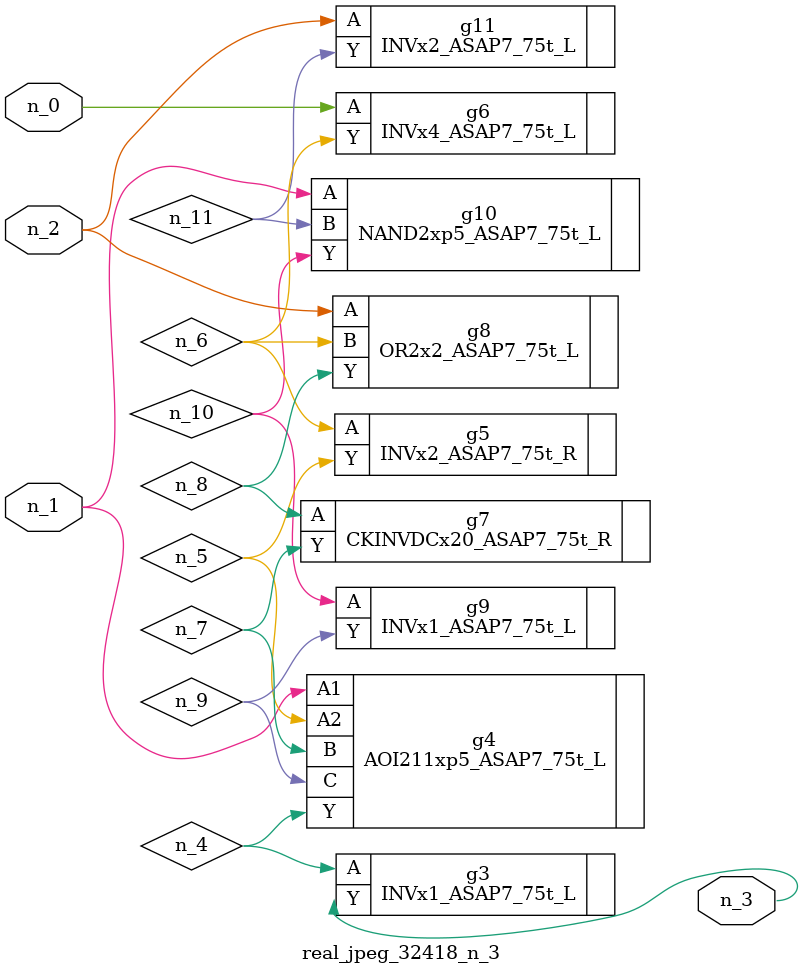
<source format=v>
module real_jpeg_32418_n_3 (n_1, n_0, n_2, n_3);

input n_1;
input n_0;
input n_2;

output n_3;

wire n_5;
wire n_4;
wire n_8;
wire n_11;
wire n_6;
wire n_7;
wire n_10;
wire n_9;

INVx4_ASAP7_75t_L g6 ( 
.A(n_0),
.Y(n_6)
);

AOI211xp5_ASAP7_75t_L g4 ( 
.A1(n_1),
.A2(n_5),
.B(n_7),
.C(n_9),
.Y(n_4)
);

NAND2xp5_ASAP7_75t_L g10 ( 
.A(n_1),
.B(n_11),
.Y(n_10)
);

OR2x2_ASAP7_75t_L g8 ( 
.A(n_2),
.B(n_6),
.Y(n_8)
);

INVx2_ASAP7_75t_L g11 ( 
.A(n_2),
.Y(n_11)
);

INVx1_ASAP7_75t_L g3 ( 
.A(n_4),
.Y(n_3)
);

INVx2_ASAP7_75t_R g5 ( 
.A(n_6),
.Y(n_5)
);

CKINVDCx20_ASAP7_75t_R g7 ( 
.A(n_8),
.Y(n_7)
);

INVx1_ASAP7_75t_L g9 ( 
.A(n_10),
.Y(n_9)
);


endmodule
</source>
